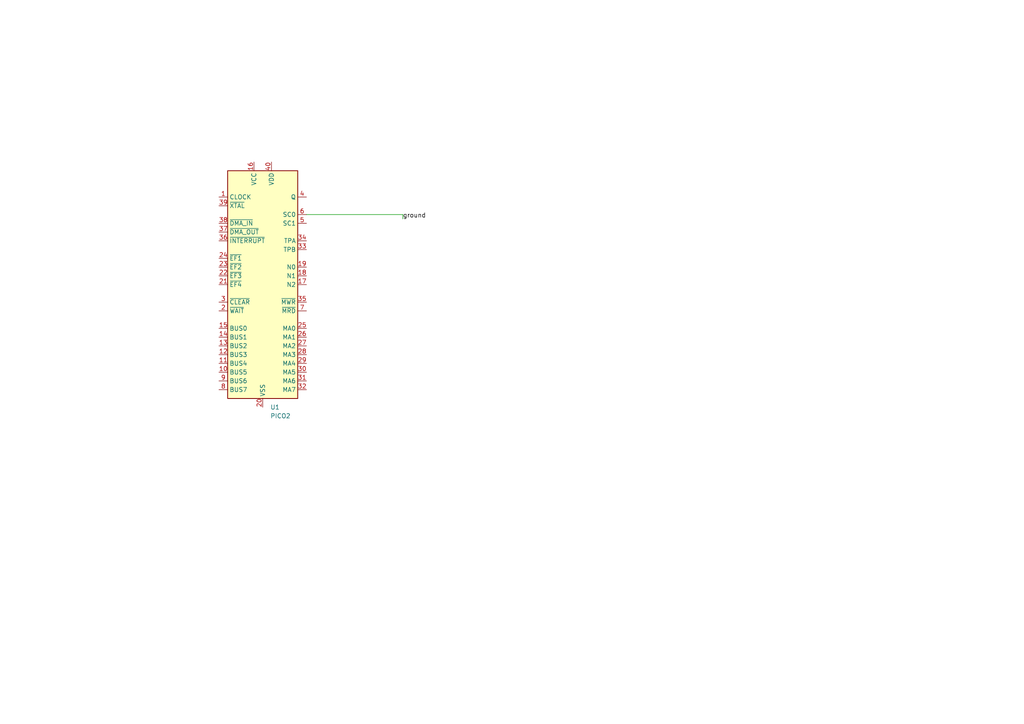
<source format=kicad_sch>
(kicad_sch (version 20231120) (generator "eeschema") (generator_version "8.0")
  (paper "A4")
  (lib_symbols
    (symbol "CPU:CDP1802ACE"
      (property "Reference" "U" (at -10.16 34.29 0))
      (property "Value" "CDP1802ACE" (at 3.81 34.29 0))
      (symbol "CDP1802ACE_0_1"
        (rectangle (start -10.16 33.02) (end 10.16 -33.02) (stroke (width 0.254)) (fill (type background)))
      )
      (symbol "CDP1802ACE_1_1"
        (pin input line (at -12.7 25.4 0) (length 2.54) (name "CLOCK") (number "1"))
        (pin bidirectional line (at -12.7 -25.4 0) (length 2.54) (name "BUS5") (number "10"))
        (pin bidirectional line (at -12.7 -22.86 0) (length 2.54) (name "BUS4") (number "11"))
        (pin bidirectional line (at -12.7 -20.32 0) (length 2.54) (name "BUS3") (number "12"))
        (pin bidirectional line (at -12.7 -17.78 0) (length 2.54) (name "BUS2") (number "13"))
        (pin bidirectional line (at -12.7 -15.24 0) (length 2.54) (name "BUS1") (number "14"))
        (pin bidirectional line (at -12.7 -12.7 0) (length 2.54) (name "BUS0") (number "15"))
        (pin power_in line (at -2.54 35.56 270) (length 2.54) (name "VCC") (number "16"))
        (pin output line (at 12.7 0 180) (length 2.54) (name "N2") (number "17"))
        (pin output line (at 12.7 2.54 180) (length 2.54) (name "N1") (number "18"))
        (pin output line (at 12.7 5.08 180) (length 2.54) (name "N0") (number "19"))
        (pin input line (at -12.7 -7.62 0) (length 2.54) (name "~{WAIT}") (number "2"))
        (pin power_in line (at 0 -35.56 90) (length 2.54) (name "VSS") (number "20"))
        (pin input line (at -12.7 0 0) (length 2.54) (name "~{EF4}") (number "21"))
        (pin input line (at -12.7 2.54 0) (length 2.54) (name "~{EF3}") (number "22"))
        (pin input line (at -12.7 5.08 0) (length 2.54) (name "~{EF2}") (number "23"))
        (pin input line (at -12.7 7.62 0) (length 2.54) (name "~{EF1}") (number "24"))
        (pin output line (at 12.7 -12.7 180) (length 2.54) (name "MA0") (number "25"))
        (pin output line (at 12.7 -15.24 180) (length 2.54) (name "MA1") (number "26"))
        (pin output line (at 12.7 -17.78 180) (length 2.54) (name "MA2") (number "27"))
        (pin output line (at 12.7 -20.32 180) (length 2.54) (name "MA3") (number "28"))
        (pin output line (at 12.7 -22.86 180) (length 2.54) (name "MA4") (number "29"))
        (pin input line (at -12.7 -5.08 0) (length 2.54) (name "~{CLEAR}") (number "3"))
        (pin output line (at 12.7 -25.4 180) (length 2.54) (name "MA5") (number "30"))
        (pin output line (at 12.7 -27.94 180) (length 2.54) (name "MA6") (number "31"))
        (pin output line (at 12.7 -30.48 180) (length 2.54) (name "MA7") (number "32"))
        (pin output line (at 12.7 10.16 180) (length 2.54) (name "TPB") (number "33"))
        (pin output line (at 12.7 12.7 180) (length 2.54) (name "TPA") (number "34"))
        (pin output line (at 12.7 -5.08 180) (length 2.54) (name "~{MWR}") (number "35"))
        (pin input line (at -12.7 12.7 0) (length 2.54) (name "~{INTERRUPT}") (number "36"))
        (pin input line (at -12.7 15.24 0) (length 2.54) (name "~{DMA_OUT}") (number "37"))
        (pin input line (at -12.7 17.78 0) (length 2.54) (name "~{DMA_IN}") (number "38"))
        (pin output line (at -12.7 22.86 0) (length 2.54) (name "~{XTAL}") (number "39"))
        (pin output line (at 12.7 25.4 180) (length 2.54) (name "Q") (number "4"))
        (pin power_in line (at 2.54 35.56 270) (length 2.54) (name "VDD") (number "40"))
        (pin output line (at 12.7 17.78 180) (length 2.54) (name "SC1") (number "5"))
        (pin output line (at 12.7 20.32 180) (length 2.54) (name "SC0") (number "6"))
        (pin output line (at 12.7 -7.62 180) (length 2.54) (name "~{MRD}") (number "7"))
        (pin bidirectional line (at -12.7 -30.48 0) (length 2.54) (name "BUS7") (number "8"))
        (pin bidirectional line (at -12.7 -27.94 0) (length 2.54) (name "BUS6") (number "9"))
      )
    )
  )
  (wire (pts (xy 116.84 62.23) (xy 116.84 63.5)))
  (wire (pts (xy 88.9 62.23) (xy 116.84 62.23)))
  (label "ground" (at 116.84 63.5 0))
  (symbol (lib_id "CPU:CDP1802ACE") (at 76.2 82.55 0) (unit 1)
    (property "Reference" "U1" (at 78.3941 118.11 0) (effects (justify left)))
    (property "Value" "PICO2" (at 78.3941 120.65 0) (effects (justify left)))
    (property "Footprint" "Library:RPi_Pico_SMD_TH" (effects (hide yes)))
    (property "Datasheet" "https://datasheets.raspberrypi.com/pico/pico-2-datasheet.pdf" (effects (hide yes)))
    (property "Description" "RASPBERRY PI PICO 2" (effects hide))
    (property "Manufacturer" "Raspberry Pi" (effects hide))
    (property "Manufacturer Part Number" "PICO2" (effects hide))
  )
)
</source>
